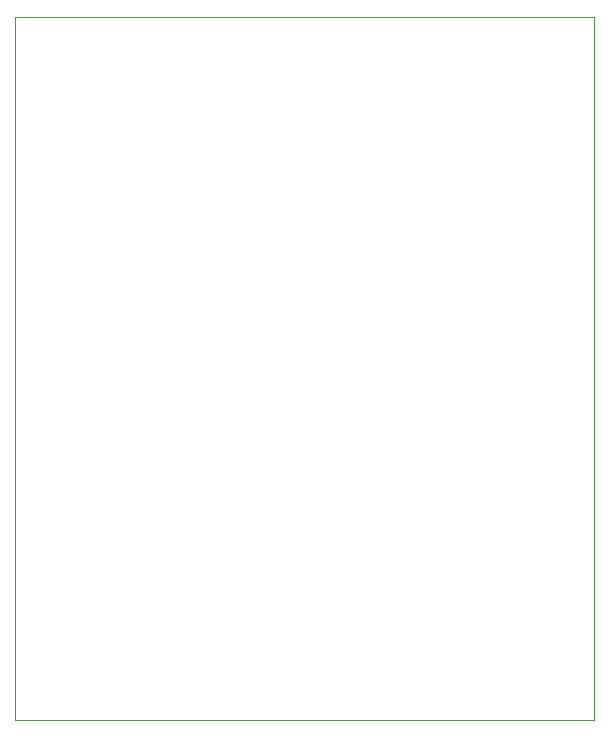
<source format=gbr>
%TF.GenerationSoftware,KiCad,Pcbnew,8.0.8-8.0.8-0~ubuntu24.04.1*%
%TF.CreationDate,2025-02-21T17:51:32+00:00*%
%TF.ProjectId,GPIO_expander_board,4750494f-5f65-4787-9061-6e6465725f62,rev?*%
%TF.SameCoordinates,Original*%
%TF.FileFunction,Profile,NP*%
%FSLAX46Y46*%
G04 Gerber Fmt 4.6, Leading zero omitted, Abs format (unit mm)*
G04 Created by KiCad (PCBNEW 8.0.8-8.0.8-0~ubuntu24.04.1) date 2025-02-21 17:51:32*
%MOMM*%
%LPD*%
G01*
G04 APERTURE LIST*
%TA.AperFunction,Profile*%
%ADD10C,0.050000*%
%TD*%
G04 APERTURE END LIST*
D10*
X76000000Y-76750000D02*
X125000000Y-76750000D01*
X125000000Y-136250000D01*
X76000000Y-136250000D01*
X76000000Y-76750000D01*
M02*

</source>
